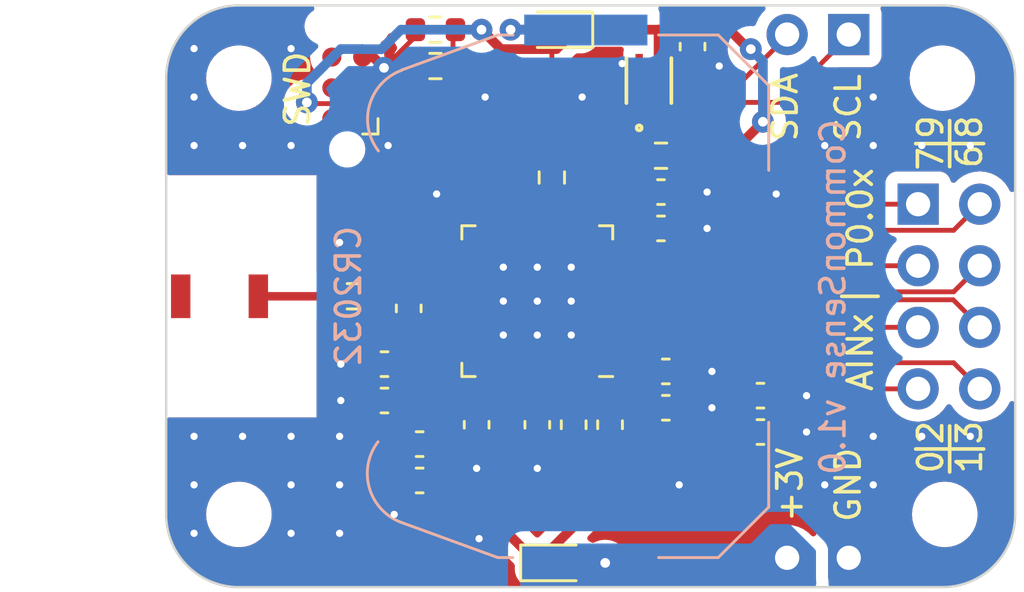
<source format=kicad_pcb>
(kicad_pcb (version 20221018) (generator pcbnew)
  (layers (0 "F.Cu" signal) (31 "B.Cu" signal) (34 "B.Paste" user) (35 "F.Paste" user) (36 "B.SilkS" user "B.Silkscreen") (37 "F.SilkS" user "F.Silkscreen") (38 "B.Mask" user) (39 "F.Mask" user) (44 "Edge.Cuts" user))
  (net 0 "")
  (net 1 "/RF")
  (net 2 "GND")
  (net 3 "/XL1")
  (net 4 "/XL2")
  (net 5 "/DEC1")
  (net 6 "/DEC4")
  (net 7 "/DEC3")
  (net 8 "/DEC2")
  (net 9 "/XC1")
  (net 10 "/XC2")
  (net 11 "/ANT")
  (net 12 "/LED_RES")
  (net 13 "/STATUS_LED")
  (net 14 "/P0.09")
  (net 15 "/P0.08")
  (net 16 "/P0.07")
  (net 17 "/P0.06")
  (net 18 "/AIN3")
  (net 19 "/AIN2")
  (net 20 "/AIN1")
  (net 21 "/AIN0")
  (net 32 "/SWDCLK")
  (net 33 "/SWDIO")
  (net 43 "/SDA")
  (net 44 "/SCL")
  (net 46 "/NRESET")
  (net 47 "/DCC")
  (net 48 "/L_MID")
  (net 49 "+BATT")
  (net 50 "+3V0")
  (footprint "Diode_SMD:D_0603_1608Metric" (layer "F.Cu") (at 152.1 57 180)
    (fp_text reference "D3" hide)
    (fp_text value "CDBU0130L-HF " hide)
    (pad "1" smd roundrect (at -0.7875 0 180) (size 0.875 0.95) (layers "F.Cu" "F.Paste" "F.Mask") (net 50 "+3V0"))
    (pad "2" smd roundrect (at 0.7875 0 180) (size 0.875 0.95) (layers "F.Cu" "F.Paste" "F.Mask") (net 49 "+BATT"))
  )
  (footprint "Connector_PinHeader_2.54mm:PinHeader_1x02_P2.54mm_Vertical" (layer "F.Cu") (at 164.14 78.79 -90)
    (fp_text reference "J2" hide)
    (fp_text value "Conn_01x02" hide)
    (pad "1" thru_hole rect locked (at 0 0 270) (size 1.7 1.7) (drill 1) (layers "*.Cu" "*.Mask") (net 2 "GND"))
    (pad "2" thru_hole oval locked (at 0 2.54 270) (size 1.7 1.7) (drill 1) (layers "*.Cu" "*.Mask") (net 49 "+BATT"))
  )
  (footprint "Capacitor_SMD:C_0603_1608Metric" (layer "F.Cu") (at 156.4 63.7 180)
    (fp_text reference "C14" hide)
    (fp_text value "1u" hide)
    (pad "1" smd roundrect (at -0.775 0 180) (size 0.9 0.95) (layers "F.Cu" "F.Paste" "F.Mask") (net 2 "GND"))
    (pad "2" smd roundrect (at 0.775 0 180) (size 0.9 0.95) (layers "F.Cu" "F.Paste" "F.Mask") (net 50 "+3V0"))
  )
  (footprint "Capacitor_SMD:C_0603_1608Metric" (layer "F.Cu") (at 145 70.8 180)
    (fp_text reference "C9" hide)
    (fp_text value "N.C." hide)
    (pad "1" smd roundrect (at -0.775 0 180) (size 0.9 0.95) (layers "F.Cu" "F.Paste" "F.Mask") (net 8 "/DEC2"))
    (pad "2" smd roundrect (at 0.775 0 180) (size 0.9 0.95) (layers "F.Cu" "F.Paste" "F.Mask") (net 2 "GND"))
  )
  (footprint "Capacitor_SMD:C_0603_1608Metric" (layer "F.Cu") (at 156.6 71.1 180)
    (fp_text reference "C3" hide)
    (fp_text value "100n" hide)
    (pad "1" smd roundrect (at -0.775 0 180) (size 0.9 0.95) (layers "F.Cu" "F.Paste" "F.Mask") (net 2 "GND"))
    (pad "2" smd roundrect (at 0.775 0 180) (size 0.9 0.95) (layers "F.Cu" "F.Paste" "F.Mask") (net 5 "/DEC1"))
  )
  (footprint "Diode_SMD:D_0603_1608Metric" (layer "F.Cu") (at 152.1 79)
    (fp_text reference "D2" hide)
    (fp_text value "CDBU0130L-HF " hide)
    (pad "1" smd roundrect (at -0.7875 0) (size 0.875 0.95) (layers "F.Cu" "F.Paste" "F.Mask") (net 50 "+3V0"))
    (pad "2" smd roundrect (at 0.7875 0) (size 0.875 0.95) (layers "F.Cu" "F.Paste" "F.Mask") (net 49 "+BATT"))
  )
  (footprint "MountingHole:MountingHole_2.2mm_M2" (layer "F.Cu") (at 168.1 77)
    (fp_text reference "H4" hide)
    (fp_text value "MountingHole" hide)
    (pad "" np_thru_hole circle locked (at 0 0) (size 2.2 2.2) (drill 2.2) (layers "*.Cu" "*.Mask"))
  )
  (footprint "Inductor_SMD:L_0603_1608Metric" (layer "F.Cu") (at 154.3 73.3 90)
    (fp_text reference "L3" hide)
    (fp_text value "10uH" hide)
    (pad "1" smd roundrect (at -0.7875 0 90) (size 0.875 0.95) (layers "F.Cu" "F.Paste" "F.Mask") (net 48 "/L_MID"))
    (pad "2" smd roundrect (at 0.7875 0 90) (size 0.875 0.95) (layers "F.Cu" "F.Paste" "F.Mask") (net 47 "/DCC"))
  )
  (footprint "MountingHole:MountingHole_2.2mm_M2" (layer "F.Cu") (at 139 77)
    (fp_text reference "H1" hide)
    (fp_text value "MountingHole" hide)
    (pad "" np_thru_hole circle locked (at 0 0) (size 2.2 2.2) (drill 2.2) (layers "*.Cu" "*.Mask"))
  )
  (footprint "Connector_PinHeader_2.54mm:PinHeader_2x04_P2.54mm_Vertical" (layer "F.Cu") (at 167 64.2)
    (fp_text reference "J1" hide)
    (fp_text value "Conn_02x04_Counter_Clockwise" hide)
    (pad "1" thru_hole rect locked (at 0 0) (size 1.7 1.7) (drill 1) (layers "*.Cu" "*.Mask") (net 14 "/P0.09"))
    (pad "2" thru_hole oval locked (at 2.54 0) (size 1.7 1.7) (drill 1) (layers "*.Cu" "*.Mask") (net 15 "/P0.08"))
    (pad "3" thru_hole oval locked (at 0 2.54) (size 1.7 1.7) (drill 1) (layers "*.Cu" "*.Mask") (net 16 "/P0.07"))
    (pad "4" thru_hole oval locked (at 2.54 2.54) (size 1.7 1.7) (drill 1) (layers "*.Cu" "*.Mask") (net 17 "/P0.06"))
    (pad "5" thru_hole oval locked (at 0 5.08) (size 1.7 1.7) (drill 1) (layers "*.Cu" "*.Mask") (net 19 "/AIN2"))
    (pad "6" thru_hole oval locked (at 2.54 5.08) (size 1.7 1.7) (drill 1) (layers "*.Cu" "*.Mask") (net 18 "/AIN3"))
    (pad "7" thru_hole oval locked (at 0 7.62) (size 1.7 1.7) (drill 1) (layers "*.Cu" "*.Mask") (net 21 "/AIN0"))
    (pad "8" thru_hole oval locked (at 2.54 7.62) (size 1.7 1.7) (drill 1) (layers "*.Cu" "*.Mask") (net 20 "/AIN1"))
  )
  (footprint "encyclopedia_galactica:ECS-.327-12.5-12R-TR" (layer "F.Cu") (at 159.776228 75.227211 180)
    (fp_text reference "Y1" hide)
    (fp_text value " ECS-.327-12.5-12R-TR " hide)
    (pad "1" smd rect (at -0.7 0 180) (size 0.6 1.1) (layers "F.Cu" "F.Paste" "F.Mask") (net 4 "/XL2"))
    (pad "2" smd rect (at 0.7 0 180) (size 0.6 1.1) (layers "F.Cu" "F.Paste" "F.Mask") (net 3 "/XL1"))
  )
  (footprint "MountingHole:MountingHole_2.2mm_M2" (layer "F.Cu") (at 139 59)
    (fp_text reference "H2" hide)
    (fp_text value "MountingHole" hide)
    (pad "" np_thru_hole circle locked (at 0 0) (size 2.2 2.2) (drill 2.2) (layers "*.Cu" "*.Mask"))
  )
  (footprint "Connector_PinHeader_2.54mm:PinHeader_1x02_P2.54mm_Vertical" (layer "F.Cu") (at 164.14 57.2 -90)
    (fp_text reference "J3" hide)
    (fp_text value "Conn_01x02" hide)
    (pad "1" thru_hole rect locked (at 0 0 270) (size 1.7 1.7) (drill 1) (layers "*.Cu" "*.Mask") (net 44 "/SCL"))
    (pad "2" thru_hole oval locked (at 0 2.54 270) (size 1.7 1.7) (drill 1) (layers "*.Cu" "*.Mask") (net 43 "/SDA"))
  )
  (footprint "Resistor_SMD:R_0603_1608Metric" (layer "F.Cu") (at 147.1 57)
    (fp_text reference "D1" hide)
    (fp_text value "LED" hide)
    (pad "1" smd roundrect (at -0.825 0) (size 0.8 0.95) (layers "F.Cu" "F.Paste" "F.Mask") (net 2 "GND"))
    (pad "2" smd roundrect (at 0.825 0) (size 0.8 0.95) (layers "F.Cu" "F.Paste" "F.Mask") (net 12 "/LED_RES"))
  )
  (footprint "Package_DFN_QFN:QFN-48-1EP_6x6mm_P0.4mm_EP4.6x4.6mm" (layer "F.Cu") (at 151.3 68.2 180)
    (fp_text reference "U1" hide)
    (fp_text value "NRF52810-QFAA-R7" hide)
    (pad "1" smd roundrect (at -2.95 -2.2 180) (size 0.8 0.2) (layers "F.Cu" "F.Paste" "F.Mask") (net 5 "/DEC1"))
    (pad "2" smd roundrect (at -2.95 -1.8 180) (size 0.8 0.2) (layers "F.Cu" "F.Paste" "F.Mask") (net 3 "/XL1"))
    (pad "3" smd roundrect (at -2.95 -1.4 180) (size 0.8 0.2) (layers "F.Cu" "F.Paste" "F.Mask") (net 4 "/XL2"))
    (pad "4" smd roundrect (at -2.95 -1 180) (size 0.8 0.2) (layers "F.Cu" "F.Paste" "F.Mask") (net 21 "/AIN0"))
    (pad "5" smd roundrect (at -2.95 -0.6 180) (size 0.8 0.2) (layers "F.Cu" "F.Paste" "F.Mask") (net 20 "/AIN1"))
    (pad "6" smd roundrect (at -2.95 -0.2 180) (size 0.8 0.2) (layers "F.Cu" "F.Paste" "F.Mask") (net 19 "/AIN2"))
    (pad "7" smd roundrect (at -2.95 0.2 180) (size 0.8 0.2) (layers "F.Cu" "F.Paste" "F.Mask") (net 18 "/AIN3"))
    (pad "8" smd roundrect (at -2.95 0.6 180) (size 0.8 0.2) (layers "F.Cu" "F.Paste" "F.Mask") (net 17 "/P0.06"))
    (pad "9" smd roundrect (at -2.95 1 180) (size 0.8 0.2) (layers "F.Cu" "F.Paste" "F.Mask") (net 16 "/P0.07"))
    (pad "10" smd roundrect (at -2.95 1.4 180) (size 0.8 0.2) (layers "F.Cu" "F.Paste" "F.Mask") (net 15 "/P0.08"))
    (pad "11" smd roundrect (at -2.95 1.8 180) (size 0.8 0.2) (layers "F.Cu" "F.Paste" "F.Mask") (net 14 "/P0.09"))
    (pad "12" smd roundrect (at -2.95 2.2 180) (size 0.8 0.2) (layers "F.Cu" "F.Paste" "F.Mask"))
    (pad "13" smd roundrect (at -2.2 2.95 180) (size 0.2 0.8) (layers "F.Cu" "F.Paste" "F.Mask") (net 50 "+3V0"))
    (pad "14" smd roundrect (at -1.8 2.95 180) (size 0.2 0.8) (layers "F.Cu" "F.Paste" "F.Mask"))
    (pad "15" smd roundrect (at -1.4 2.95 180) (size 0.2 0.8) (layers "F.Cu" "F.Paste" "F.Mask"))
    (pad "16" smd roundrect (at -1 2.95 180) (size 0.2 0.8) (layers "F.Cu" "F.Paste" "F.Mask") (net 44 "/SCL"))
    (pad "17" smd roundrect (at -0.6 2.95 180) (size 0.2 0.8) (layers "F.Cu" "F.Paste" "F.Mask") (net 43 "/SDA"))
    (pad "18" smd roundrect (at -0.2 2.95 180) (size 0.2 0.8) (layers "F.Cu" "F.Paste" "F.Mask"))
    (pad "19" smd roundrect (at 0.2 2.95 180) (size 0.2 0.8) (layers "F.Cu" "F.Paste" "F.Mask"))
    (pad "20" smd roundrect (at 0.6 2.95 180) (size 0.2 0.8) (layers "F.Cu" "F.Paste" "F.Mask"))
    (pad "21" smd roundrect (at 1 2.95 180) (size 0.2 0.8) (layers "F.Cu" "F.Paste" "F.Mask"))
    (pad "22" smd roundrect (at 1.4 2.95 180) (size 0.2 0.8) (layers "F.Cu" "F.Paste" "F.Mask"))
    (pad "23" smd roundrect (at 1.8 2.95 180) (size 0.2 0.8) (layers "F.Cu" "F.Paste" "F.Mask") (net 13 "/STATUS_LED"))
    (pad "24" smd roundrect (at 2.2 2.95 180) (size 0.2 0.8) (layers "F.Cu" "F.Paste" "F.Mask") (net 46 "/NRESET"))
    (pad "25" smd roundrect (at 2.95 2.2 180) (size 0.8 0.2) (layers "F.Cu" "F.Paste" "F.Mask") (net 32 "/SWDCLK"))
    (pad "26" smd roundrect (at 2.95 1.8 180) (size 0.8 0.2) (layers "F.Cu" "F.Paste" "F.Mask") (net 33 "/SWDIO"))
    (pad "27" smd roundrect (at 2.95 1.4 180) (size 0.8 0.2) (layers "F.Cu" "F.Paste" "F.Mask"))
    (pad "28" smd roundrect (at 2.95 1 180) (size 0.8 0.2) (layers "F.Cu" "F.Paste" "F.Mask"))
    (pad "29" smd roundrect (at 2.95 0.6 180) (size 0.8 0.2) (layers "F.Cu" "F.Paste" "F.Mask"))
    (pad "30" smd roundrect (at 2.95 0.2 180) (size 0.8 0.2) (layers "F.Cu" "F.Paste" "F.Mask") (net 11 "/ANT"))
    (pad "31" smd roundrect (at 2.95 -0.2 180) (size 0.8 0.2) (layers "F.Cu" "F.Paste" "F.Mask") (net 2 "GND"))
    (pad "32" smd roundrect (at 2.95 -0.6 180) (size 0.8 0.2) (layers "F.Cu" "F.Paste" "F.Mask") (net 8 "/DEC2"))
    (pad "33" smd roundrect (at 2.95 -1 180) (size 0.8 0.2) (layers "F.Cu" "F.Paste" "F.Mask") (net 7 "/DEC3"))
    (pad "34" smd roundrect (at 2.95 -1.4 180) (size 0.8 0.2) (layers "F.Cu" "F.Paste" "F.Mask") (net 10 "/XC2"))
    (pad "35" smd roundrect (at 2.95 -1.8 180) (size 0.8 0.2) (layers "F.Cu" "F.Paste" "F.Mask") (net 9 "/XC1"))
    (pad "36" smd roundrect (at 2.95 -2.2 180) (size 0.8 0.2) (layers "F.Cu" "F.Paste" "F.Mask") (net 50 "+3V0"))
    (pad "37" smd roundrect (at 2.2 -2.95 180) (size 0.2 0.8) (layers "F.Cu" "F.Paste" "F.Mask"))
    (pad "38" smd roundrect (at 1.8 -2.95 180) (size 0.2 0.8) (layers "F.Cu" "F.Paste" "F.Mask"))
    (pad "39" smd roundrect (at 1.4 -2.95 180) (size 0.2 0.8) (layers "F.Cu" "F.Paste" "F.Mask"))
    (pad "40" smd roundrect (at 1 -2.95 180) (size 0.2 0.8) (layers "F.Cu" "F.Paste" "F.Mask"))
    (pad "41" smd roundrect (at 0.6 -2.95 180) (size 0.2 0.8) (layers "F.Cu" "F.Paste" "F.Mask"))
    (pad "42" smd roundrect (at 0.2 -2.95 180) (size 0.2 0.8) (layers "F.Cu" "F.Paste" "F.Mask"))
    (pad "43" smd roundrect (at -0.2 -2.95 180) (size 0.2 0.8) (layers "F.Cu" "F.Paste" "F.Mask"))
    (pad "44" smd roundrect (at -0.6 -2.95 180) (size 0.2 0.8) (layers "F.Cu" "F.Paste" "F.Mask"))
    (pad "45" smd roundrect (at -1 -2.95 180) (size 0.2 0.8) (layers "F.Cu" "F.Paste" "F.Mask") (net 2 "GND"))
    (pad "46" smd roundrect (at -1.4 -2.95 180) (size 0.2 0.8) (layers "F.Cu" "F.Paste" "F.Mask") (net 6 "/DEC4"))
    (pad "47" smd roundrect (at -1.8 -2.95 180) (size 0.2 0.8) (layers "F.Cu" "F.Paste" "F.Mask") (net 47 "/DCC"))
    (pad "48" smd roundrect (at -2.2 -2.95 180) (size 0.2 0.8) (layers "F.Cu" "F.Paste" "F.Mask") (net 50 "+3V0"))
    (pad "49" smd rect (at 0 0 180) (size 4.6 4.6) (layers "F.Cu" "F.Mask") (net 2 "GND"))
  )
  (footprint "Capacitor_SMD:C_0603_1608Metric" (layer "F.Cu") (at 145 72.3 180)
    (fp_text reference "C8" hide)
    (fp_text value "100pF" hide)
    (pad "1" smd roundrect (at -0.775 0 180) (size 0.9 0.95) (layers "F.Cu" "F.Paste" "F.Mask") (net 7 "/DEC3"))
    (pad "2" smd roundrect (at 0.775 0 180) (size 0.9 0.95) (layers "F.Cu" "F.Paste" "F.Mask") (net 2 "GND"))
  )
  (footprint "Capacitor_SMD:C_0603_1608Metric" (layer "F.Cu") (at 156.6 72.6 180)
    (fp_text reference "C5" hide)
    (fp_text value "4u7" hide)
    (pad "1" smd roundrect (at -0.775 0 180) (size 0.9 0.95) (layers "F.Cu" "F.Paste" "F.Mask") (net 2 "GND"))
    (pad "2" smd roundrect (at 0.775 0 180) (size 0.9 0.95) (layers "F.Cu" "F.Paste" "F.Mask") (net 50 "+3V0"))
  )
  (footprint "Capacitor_SMD:C_0603_1608Metric" (layer "F.Cu") (at 146.45 74.1 180)
    (fp_text reference "C11" hide)
    (fp_text value "12pF" hide)
    (pad "1" smd roundrect (at -0.775 0 180) (size 0.9 0.95) (layers "F.Cu" "F.Paste" "F.Mask") (net 10 "/XC2"))
    (pad "2" smd roundrect (at 0.775 0 180) (size 0.9 0.95) (layers "F.Cu" "F.Paste" "F.Mask") (net 2 "GND"))
  )
  (footprint "Resistor_SMD:R_0603_1608Metric" (layer "F.Cu") (at 151.9 63.1 -90)
    (fp_text reference "R4" hide)
    (fp_text value "10k" hide)
    (pad "1" smd roundrect (at -0.825 0 270) (size 0.8 0.95) (layers "F.Cu" "F.Paste" "F.Mask") (net 50 "+3V0"))
    (pad "2" smd roundrect (at 0.825 0 270) (size 0.8 0.95) (layers "F.Cu" "F.Paste" "F.Mask") (net 43 "/SDA"))
  )
  (footprint "Connector:Tag-Connect_TC2030-IDC-NL_2x03_P1.27mm_Vertical" (layer "F.Cu") (at 143.465 59.4 90)
    (fp_text reference "J5" hide)
    (fp_text value "Conn_ARM_SWD_TagConnect_TC2030-NL" hide)
    (pad "" np_thru_hole circle (at -2.54 0 90) (size 0.9906 0.9906) (drill 0.9906) (layers "*.Cu" "*.Mask"))
    (pad "" np_thru_hole circle (at 2.54 -1.016 90) (size 0.9906 0.9906) (drill 0.9906) (layers "*.Cu" "*.Mask"))
    (pad "" np_thru_hole circle (at 2.54 1.016 90) (size 0.9906 0.9906) (drill 0.9906) (layers "*.Cu" "*.Mask"))
    (pad "1" connect circle (at -1.27 0.635 90) (size 0.7874 0.7874) (layers "F.Cu" "F.Mask") (net 50 "+3V0"))
    (pad "2" connect circle (at -1.27 -0.635 90) (size 0.7874 0.7874) (layers "F.Cu" "F.Mask") (net 33 "/SWDIO"))
    (pad "3" connect circle (at 0 0.635 90) (size 0.7874 0.7874) (layers "F.Cu" "F.Mask") (net 46 "/NRESET"))
    (pad "4" connect circle (at 0 -0.635 90) (size 0.7874 0.7874) (layers "F.Cu" "F.Mask") (net 32 "/SWDCLK"))
    (pad "5" connect circle (at 1.27 0.635 90) (size 0.7874 0.7874) (layers "F.Cu" "F.Mask") (net 2 "GND"))
    (pad "6" connect circle (at 1.27 -0.635 90) (size 0.7874 0.7874) (layers "F.Cu" "F.Mask"))
    (zone (net 0) (net_name "") (layer "F.Cu") (connect_pads (clearance 0)) (min_thickness 0.254)
      (keepout (tracks allowed) (vias not_allowed) (pads allowed) (copperpour not_allowed) (footprints not_allowed))
      (fill (thermal_gap 0.508) (thermal_bridge_width 0.508))
      (polygon (pts (xy 142.83 58.13) (xy 142.83 60.67) (xy 144.1 60.67) (xy 144.1 58.13)))
    )
  )
  (footprint "Resistor_SMD:R_0603_1608Metric" (layer "F.Cu") (at 147.1 58.5)
    (fp_text reference "R1" hide)
    (fp_text value "R" hide)
    (pad "1" smd roundrect (at -0.825 0) (size 0.8 0.95) (layers "F.Cu" "F.Paste" "F.Mask") (net 13 "/STATUS_LED"))
    (pad "2" smd roundrect (at 0.825 0) (size 0.8 0.95) (layers "F.Cu" "F.Paste" "F.Mask") (net 12 "/LED_RES"))
  )
  (footprint "MountingHole:MountingHole_2.2mm_M2" (layer "F.Cu") (at 168 59)
    (fp_text reference "H3" hide)
    (fp_text value "MountingHole" hide)
    (pad "" np_thru_hole circle locked (at 0 0) (size 2.2 2.2) (drill 2.2) (layers "*.Cu" "*.Mask"))
  )
  (footprint "Resistor_SMD:R_0603_1608Metric" (layer "F.Cu") (at 143.7 68 180)
    (fp_text reference "L1" hide)
    (fp_text value "3.9nH" hide)
    (pad "1" smd roundrect (at -0.825 0 180) (size 0.8 0.95) (layers "F.Cu" "F.Paste" "F.Mask") (net 11 "/ANT"))
    (pad "2" smd roundrect (at 0.825 0 180) (size 0.8 0.95) (layers "F.Cu" "F.Paste" "F.Mask") (net 1 "/RF"))
  )
  (footprint "Resistor_SMD:R_0603_1608Metric" (layer "F.Cu") (at 156.4 62.2)
    (fp_text reference "R3" hide)
    (fp_text value "10k" hide)
    (pad "1" smd roundrect (at -0.825 0) (size 0.8 0.95) (layers "F.Cu" "F.Paste" "F.Mask") (net 44 "/SCL"))
    (pad "2" smd roundrect (at 0.825 0) (size 0.8 0.95) (layers "F.Cu" "F.Paste" "F.Mask") (net 50 "+3V0"))
  )
  (footprint "Capacitor_SMD:C_0603_1608Metric" (layer "F.Cu") (at 148.8 73.3 90)
    (fp_text reference "C7" hide)
    (fp_text value "100n" hide)
    (pad "1" smd roundrect (at -0.775 0 90) (size 0.9 0.95) (layers "F.Cu" "F.Paste" "F.Mask") (net 2 "GND"))
    (pad "2" smd roundrect (at 0.775 0 90) (size 0.9 0.95) (layers "F.Cu" "F.Paste" "F.Mask") (net 50 "+3V0"))
  )
  (footprint "Capacitor_SMD:C_0603_1608Metric" (layer "F.Cu") (at 157.7 57.7 -90)
    (fp_text reference "C13" hide)
    (fp_text value "100n" hide)
    (pad "1" smd roundrect (at -0.775 0 270) (size 0.9 0.95) (layers "F.Cu" "F.Paste" "F.Mask") (net 50 "+3V0"))
    (pad "2" smd roundrect (at 0.775 0 270) (size 0.9 0.95) (layers "F.Cu" "F.Paste" "F.Mask") (net 2 "GND"))
  )
  (footprint "Capacitor_SMD:C_0603_1608Metric" (layer "F.Cu") (at 160.5 73.6)
    (fp_text reference "C2" hide)
    (fp_text value "12pF" hide)
    (pad "1" smd roundrect (at -0.775 0) (size 0.9 0.95) (layers "F.Cu" "F.Paste" "F.Mask") (net 4 "/XL2"))
    (pad "2" smd roundrect (at 0.775 0) (size 0.9 0.95) (layers "F.Cu" "F.Paste" "F.Mask") (net 2 "GND"))
  )
  (footprint "Capacitor_SMD:C_0603_1608Metric" (layer "F.Cu") (at 156.4 65.2 180)
    (fp_text reference "C4" hide)
    (fp_text value "100n" hide)
    (pad "1" smd roundrect (at -0.775 0 180) (size 0.9 0.95) (layers "F.Cu" "F.Paste" "F.Mask") (net 2 "GND"))
    (pad "2" smd roundrect (at 0.775 0 180) (size 0.9 0.95) (layers "F.Cu" "F.Paste" "F.Mask") (net 50 "+3V0"))
  )
  (footprint "encyclopedia_galactica:DFN4_SHT41_SEN" (layer "F.Cu") (at 155.9 59.1 90)
    (fp_text reference "U2" hide)
    (fp_text value "SHT41-AD1B-R2" hide)
    (pad "1" smd rect (at -0.7469 -0.40005 90) (size 0.706399 0.3056) (layers "F.Cu" "F.Paste" "F.Mask") (net 43 "/SDA"))
    (pad "2" smd rect (at -0.7469 0.40005 90) (size 0.706399 0.3056) (layers "F.Cu" "F.Paste" "F.Mask") (net 44 "/SCL"))
    (pad "3" smd rect (at 0.7469 0.40005 90) (size 0.706399 0.3056) (layers "F.Cu" "F.Paste" "F.Mask") (net 50 "+3V0"))
    (pad "4" smd rect (at 0.7469 -0.40005 90) (size 0.706399 0.3056) (layers "F.Cu" "F.Paste" "F.Mask") (net 2 "GND"))
  )
  (footprint "Capacitor_SMD:C_0603_1608Metric" (layer "F.Cu") (at 160.5 72.1)
    (fp_text reference "C1" hide)
    (fp_text value "12pF" hide)
    (pad "1" smd roundrect (at -0.775 0) (size 0.9 0.95) (layers "F.Cu" "F.Paste" "F.Mask") (net 3 "/XL1"))
    (pad "2" smd roundrect (at 0.775 0) (size 0.9 0.95) (layers "F.Cu" "F.Paste" "F.Mask") (net 2 "GND"))
  )
  (footprint "Inductor_SMD:L_0603_1608Metric" (layer "F.Cu") (at 152.8 73.3 -90)
    (fp_text reference "L2" hide)
    (fp_text value "15nH" hide)
    (pad "1" smd roundrect (at -0.7875 0 270) (size 0.875 0.95) (layers "F.Cu" "F.Paste" "F.Mask") (net 6 "/DEC4"))
    (pad "2" smd roundrect (at 0.7875 0 270) (size 0.875 0.95) (layers "F.Cu" "F.Paste" "F.Mask") (net 48 "/L_MID"))
  )
  (footprint "encyclopedia_galactica:ABM11W-30.0000MHZ-7-D1X-T3" (layer "F.Cu") (at 147.1625 77.5)
    (fp_text reference "Y2" hide)
    (fp_text value "ABM11W-32.0000MHZ-7-D1X-T3 " hide)
    (pad "1" smd rect (at -0.637 -0.487 90) (size 0.775 0.875) (layers "F.Cu" "F.Paste" "F.Mask") (net 2 "GND"))
    (pad "2" smd rect (at 0.637 -0.487 90) (size 0.775 0.875) (layers "F.Cu" "F.Paste" "F.Mask") (net 9 "/XC1"))
    (pad "3" smd rect (at -0.637 0.487 90) (size 0.775 0.875) (layers "F.Cu" "F.Paste" "F.Mask") (net 10 "/XC2"))
    (pad "4" smd rect (at 0.637 0.487 90) (size 0.775 0.875) (layers "F.Cu" "F.Paste" "F.Mask") (net 2 "GND"))
  )
  (footprint "Capacitor_SMD:C_0603_1608Metric" (layer "F.Cu") (at 146 68.5 90)
    (fp_text reference "C12" hide)
    (fp_text value "0.8pF" hide)
    (pad "1" smd roundrect (at -0.775 0 90) (size 0.9 0.95) (layers "F.Cu" "F.Paste" "F.Mask") (net 2 "GND"))
    (pad "2" smd roundrect (at 0.775 0 90) (size 0.9 0.95) (layers "F.Cu" "F.Paste" "F.Mask") (net 11 "/ANT"))
  )
  (footprint "Capacitor_SMD:C_0603_1608Metric" (layer "F.Cu") (at 151.3 73.3 -90)
    (fp_text reference "C6" hide)
    (fp_text value "1u" hide)
    (pad "1" smd roundrect (at -0.775 0 270) (size 0.9 0.95) (layers "F.Cu" "F.Paste" "F.Mask") (net 6 "/DEC4"))
    (pad "2" smd roundrect (at 0.775 0 270) (size 0.9 0.95) (layers "F.Cu" "F.Paste" "F.Mask") (net 2 "GND"))
  )
  (footprint "encyclopedia_galactica:2108838-1" (layer "F.Cu") (at 135.7 68)
    (fp_text reference "AE1" hide)
    (fp_text value "2108838-1" hide)
    (pad "1" smd rect locked (at 4.1 0) (size 0.8 1.8) (layers "F.Cu" "F.Paste" "F.Mask") (net 1 "/RF"))
    (pad "2" smd rect locked (at 0.9 0) (size 0.8 1.8) (layers "F.Cu" "F.Paste" "F.Mask"))
    (zone (net 0) (net_name "") (layers "*.Cu") (connect_pads (clearance 0)) (min_thickness 0.25)
      (keepout (tracks allowed) (vias not_allowed) (pads allowed) (copperpour not_allowed) (footprints not_allowed))
      (fill (thermal_gap 0.5) (thermal_bridge_width 0.5))
      (polygon (pts (xy 129.2 63) (xy 129.2 73) (xy 142.2 73) (xy 142.2 63)))
    )
  )
  (footprint "Capacitor_SMD:C_0603_1608Metric" (layer "F.Cu") (at 146.45 75.6 180)
    (fp_text reference "C10" hide)
    (fp_text value "12pF" hide)
    (pad "1" smd roundrect (at -0.775 0 180) (size 0.9 0.95) (layers "F.Cu" "F.Paste" "F.Mask") (net 9 "/XC1"))
    (pad "2" smd roundrect (at 0.775 0 180) (size 0.9 0.95) (layers "F.Cu" "F.Paste" "F.Mask") (net 2 "GND"))
  )
  (footprint "Battery:BatteryHolder_Keystone_3034_1x20mm" (layer "B.Cu") (at 153.3 68 90)
    (fp_text reference "BT1" hide)
    (fp_text value "3034" hide)
    (pad "1" smd rect (at -10.985 0 90) (size 1.27 5.08) (layers "B.Cu" "B.Paste" "B.Mask") (net 49 "+BATT"))
    (pad "1" smd rect (at 10.985 0 90) (size 1.27 5.08) (layers "B.Cu" "B.Paste" "B.Mask") (net 49 "+BATT"))
    (pad "2" smd circle (at 0 0 90) (size 17.8 17.8) (layers "B.Cu" "B.Mask") (net 2 "GND"))
  )
  (gr_line (start 168.3 75.25) (end 168.3 73.35) (stroke (width 0.15)) (layer "F.SilkS"))
  (gr_line (start 165.35 68) (end 163.85 68) (stroke (width 0.15)) (layer "F.SilkS"))
  (gr_line (start 168.3 62.65) (end 168.3 60.75) (stroke (width 0.15)) (layer "F.SilkS"))
  (gr_line (start 166.9 74.3) (end 169.7 74.3) (stroke (width 0.15)) (layer "F.SilkS"))
  (gr_line (start 166.9 61.7) (end 169.7 61.7) (stroke (width 0.15)) (layer "F.SilkS"))
  (gr_line locked (start 168.000001 80.000001) (end 139 80) (stroke (width 0.1)) (layer "Edge.Cuts"))
  (gr_line locked (start 171 59) (end 171 77) (stroke (width 0.1)) (layer "Edge.Cuts"))
  (gr_arc locked (start 138.999999 80.000001) (mid 136.878679 79.121321) (end 135.999999 77.000001) (stroke (width 0.1)) (layer "Edge.Cuts"))
  (gr_arc locked (start 168 56) (mid 170.12132 56.87868) (end 171 59) (stroke (width 0.1)) (layer "Edge.Cuts"))
  (gr_arc locked (start 135.999999 58.999999) (mid 136.878679 56.878679) (end 138.999999 55.999999) (stroke (width 0.1)) (layer "Edge.Cuts"))
  (gr_line locked (start 139 56) (end 168 56) (stroke (width 0.1)) (layer "Edge.Cuts"))
  (gr_arc locked (start 171.000001 77.000001) (mid 170.121321 79.121321) (end 168.000001 80.000001) (stroke (width 0.1)) (layer "Edge.Cuts"))
  (gr_line locked (start 136 77) (end 136 59) (stroke (width 0.1)) (layer "Edge.Cuts"))
  (gr_text "CommonSense v1.0" (at 162.9 60.6 90) (layer "B.SilkS") (effects (font (size 1 1)) (justify left top mirror)))
  (gr_text "CR2032" (at 144.1 65 90) (layer "B.SilkS") (effects (font (size 1 1)) (justify left bottom mirror)))
  (gr_text "7" (at 168.1 62.9 90) (layer "F.SilkS") (effects (font (size 1 1)) (justify left bottom)))
  (gr_text "SCL" (at 164.7 61.7 90) (layer "F.SilkS") (effects (font (size 1 1)) (justify left bottom)))
  (gr_text "SDA" (at 162.1 61.7 90) (layer "F.SilkS") (effects (font (size 1 1)) (justify left bottom)))
  (gr_text "P0.0x" (at 165.2 67 90) (layer "F.SilkS") (effects (font (size 1 1)) (justify left bottom)))
  (gr_text "+3V" (at 162.3 77.4 90) (layer "F.SilkS") (effects (font (size 1 1)) (justify left bottom)))
  (gr_text "6" (at 169.7 62.8 90) (layer "F.SilkS") (effects (font (size 1 1)) (justify left bottom)))
  (gr_text "SWD" (at 142 61.1 90) (layer "F.SilkS") (effects (font (size 1 1)) (justify left bottom)))
  (gr_text "GND" (at 164.7 77.4 90) (layer "F.SilkS") (effects (font (size 1 1)) (justify left bottom)))
  (gr_text "0" (at 168.1 75.4 90) (layer "F.SilkS") (effects (font (size 1 1)) (justify left bottom)))
  (gr_text "AINx" (at 165.2 72 90) (layer "F.SilkS") (effects (font (size 1 1)) (justify left bottom)))
  (gr_text "3" (at 169.7 74.2 90) (layer "F.SilkS") (effects (font (size 1 1)) (justify left bottom)))
  (gr_text "9" (at 168.1 61.6 90) (layer "F.SilkS") (effects (font (size 1 1)) (justify left bottom)))
  (gr_text "2" (at 168.1 74.2 90) (layer "F.SilkS") (effects (font (size 1 1)) (justify left bottom)))
  (gr_text "8" (at 169.7 61.6 90) (layer "F.SilkS") (effects (font (size 1 1)) (justify left bottom)))
  (gr_text "1" (at 169.7 75.4 90) (layer "F.SilkS") (effects (font (size 1 1)) (justify left bottom)))
  (segment (start 142.875 68) (end 139.8 68) (width 0.35) (layer "F.Cu") (net 1))
  (segment (start 144.980937 58.5742) (end 144.536737 58.13) (width 0.4) (layer "F.Cu") (net 2))
  (segment (start 144.536737 58.13) (end 144.1 58.13) (width 0.4) (layer "F.Cu") (net 2))
  (segment (start 154.8 58.4) (end 155.45305 58.4) (width 0.4) (layer "F.Cu") (net 2))
  (segment (start 158.775 58.475) (end 157.7 58.475) (width 0.25) (layer "F.Cu") (net 2))
  (segment (start 155.45305 58.4) (end 155.49995 58.3531) (width 0.4) (layer "F.Cu") (net 2))
  (segment (start 148.887 77.987) (end 148.9 78) (width 0.4) (layer "F.Cu") (net 2))
  (segment (start 149.7 68.4) (end 149.9 68.2) (width 0.2) (layer "F.Cu") (net 2))
  (segment (start 152.3 69.2) (end 151.3 68.2) (width 0.2) (layer "F.Cu") (net 2))
  (segment (start 161.275 73.6) (end 162.4 73.6) (width 0.4) (layer "F.Cu") (net 2))
  (segment (start 157.175 65.2) (end 158.3 65.2) (width 0.4) (layer "F.Cu") (net 2))
  (segment (start 157.175 63.7) (end 158.3 63.7) (width 0.4) (layer "F.Cu") (net 2))
  (segment (start 158.8 58.5) (end 158.775 58.475) (width 0.25) (layer "F.Cu") (net 2))
  (segment (start 145.413 77.013) (end 145.4 77) (width 0.4) (layer "F.Cu") (net 2))
  (segment (start 143.2 70.8) (end 144.225 70.8) (width 0.4) (layer "F.Cu") (net 2))
  (segment (start 144.225 72.3) (end 143.2 72.3) (width 0.4) (layer "F.Cu") (net 2))
  (segment (start 157.375 72.6) (end 158.5 72.6) (width 0.4) (layer "F.Cu") (net 2))
  (segment (start 152.3 71.15) (end 152.3 69.2) (width 0.2) (layer "F.Cu") (net 2))
  (segment (start 158.5 71.1) (end 157.375 71.1) (width 0.4) (layer "F.Cu") (net 2))
  (segment (start 148.312495 68.437505) (end 146.837495 68.437505) (width 0.25) (layer "F.Cu") (net 2))
  (segment (start 146.837495 68.437505) (end 146 69.275) (width 0.25) (layer "F.Cu") (net 2))
  (segment (start 148.8 74.075) (end 148.8 75.1) (width 0.4) (layer "F.Cu") (net 2))
  (segment (start 148.35 68.4) (end 149.7 68.4) (width 0.2) (layer "F.Cu") (net 2))
  (segment (start 161.275 72.1) (end 162.4 72.1) (width 0.4) (layer "F.Cu") (net 2))
  (segment (start 151.3 74.075) (end 151.3 75.1) (width 0.4) (layer "F.Cu") (net 2))
  (segment (start 146.175 57) (end 146.175 57.380137) (width 0.2) (layer "F.Cu") (net 2))
  (segment (start 146.5255 77.013) (end 145.413 77.013) (width 0.4) (layer "F.Cu") (net 2))
  (segment (start 147.7995 77.987) (end 148.887 77.987) (width 0.4) (layer "F.Cu") (net 2))
  (segment (start 146.175 57.380137) (end 144.980937 58.5742) (width 0.2) (layer "F.Cu") (net 2))
  (via (at 141.15 77.78) (size 0.4) (drill 0.3) (layers "F.Cu" "B.Cu") (net 2))
  (via (at 137.15 75.78) (size 0.4) (drill 0.3) (layers "F.Cu" "B.Cu") (net 2))
  (via (at 141.15 75.78) (size 0.4) (drill 0.3) (layers "F.Cu" "B.Cu") (net 2))
  (via (at 151.3 69.6) (size 0.6) (drill 0.3) (layers "F.Cu" "B.Cu") (net 2))
  (via (at 167.15 61.78) (size 0.4) (drill 0.3) (layers "F.Cu" "B.Cu") (net 2))
  (via (at 143.15 77.78) (size 0.4) (drill 0.3) (layers "F.Cu" "B.Cu") (net 2))
  (via (at 137.15 59.78) (size 0.4) (drill 0.3) (layers "F.Cu" "B.Cu") (net 2))
  (via (at 163.15 61.78) (size 0.4) (drill 0.3) (layers "F.Cu" "B.Cu") (net 2))
  (via (at 158.5 71.1) (size 0.6) (drill 0.3) (layers "F.Cu" "B.Cu") (net 2))
  (via (at 144.980937 58.5742) (size 0.9) (drill 0.4) (layers "F.Cu" "B.Cu") (net 2))
  (via (at 169.15 61.78) (size 0.4) (drill 0.3) (layers "F.Cu" "B.Cu") (net 2))
  (via (at 141.15 57.78) (size 0.4) (drill 0.3) (layers "F.Cu" "B.Cu") (net 2))
  (via (at 148.9 78) (size 0.6) (drill 0.3) (layers "F.Cu" "B.Cu") (net 2))
  (via (at 149.9 68.2) (size 0.6) (drill 0.3) (layers "F.Cu" "B.Cu") (net 2))
  (via (at 143.15 73.78) (size 0.4) (drill 0.3) (layers "F.Cu" "B.Cu") (net 2))
  (via (at 154.8 58.4) (size 0.6) (drill 0.3) (layers "F.Cu" "B.Cu") (net 2))
  (via (at 165.15 61.78) (size 0.4) (drill 0.3) (layers "F.Cu" "B.Cu") (net 2))
  (via (at 143.15 75.78) (size 0.4) (drill 0.3) (layers "F.Cu" "B.Cu") (net 2))
  (via (at 149.15 59.78) (size 0.4) (drill 0.3) (layers "F.Cu" "B.Cu") (net 2))
  (via (at 149.9 66.8) (size 0.6) (drill 0.3) (layers "F.Cu" "B.Cu") (net 2))
  (via (at 139.15 61.78) (size 0.4) (drill 0.3) (layers "F.Cu" "B.Cu") (net 2))
  (via (at 153.15 59.78) (size 0.4) (drill 0.3) (layers "F.Cu" "B.Cu") (net 2))
  (via (at 149.9 69.6) (size 0.6) (drill 0.3) (layers "F.Cu" "B.Cu") (net 2))
  (via (at 165.15 59.78) (size 0.4) (drill 0.3) (layers "F.Cu" "B.Cu") (net 2))
  (via (at 161.15 63.78) (size 0.4) (drill 0.3) (layers "F.Cu" "B.Cu") (net 2))
  (via (at 137.15 77.78) (size 0.4) (drill 0.3) (layers "F.Cu" "B.Cu") (net 2))
  (via (at 162.4 72.1) (size 0.6) (drill 0.3) (layers "F.Cu" "B.Cu") (net 2))
  (via (at 137.15 57.78) (size 0.4) (drill 0.3) (layers "F.Cu" "B.Cu") (net 2))
  (via (at 141.15 61.78) (size 0.4) (drill 0.3) (layers "F.Cu" "B.Cu") (net 2))
  (via (at 158.5 72.6) (size 0.6) (drill 0.3) (layers "F.Cu" "B.Cu") (net 2))
  (via (at 169.15 73.78) (size 0.4) (drill 0.3) (layers "F.Cu" "B.Cu") (net 2))
  (via (at 151.3 75.1) (size 0.6) (drill 0.3) (layers "F.Cu" "B.Cu") (net 2))
  (via (at 143.15 65.78) (size 0.4) (drill 0.3) (layers "F.Cu" "B.Cu") (net 2))
  (via (at 158.8 58.5) (size 0.6) (drill 0.3) (layers "F.Cu" "B.Cu") (net 2))
  (via (at 152.7 68.2) (size 0.6) (drill 0.3) (layers "F.Cu" "B.Cu") (net 2))
  (via (at 151.3 68.2) (size 0.6) (drill 0.3) (layers "F.Cu" "B.Cu") (net 2))
  (via (at 158.3 65.2) (size 0.6) (drill 0.3) (layers "F.Cu" "B.Cu") (net 2))
  (via (at 162.4 73.6) (size 0.6) (drill 0.3) (layers "F.Cu" "B.Cu") (net 2))
  (via (at 165.15 75.78) (size 0.4) (drill 0.3) (layers "F.Cu" "B.Cu") (net 2))
  (via (at 157.15 75.78) (size 0.4) (drill 0.3) (layers "F.Cu" "B.Cu") (net 2))
  (via (at 145.4 77) (size 0.6) (drill 0.3) (layers "F.Cu" "B.Cu") (net 2))
  (via (at 143.2 72.3) (size 0.6) (drill 0.3) (layers "F.Cu" "B.Cu") (net 2))
  (via (at 137.15 61.78) (size 0.4) (drill 0.3) (layers "F.Cu" "B.Cu") (net 2))
  (via (at 151.3 66.8) (size 0.6) (drill 0.3) (layers "F.Cu" "B.Cu") (net 2))
  (via (at 148.8 75.1) (size 0.6) (drill 0.3) (layers "F.Cu" "B.Cu") (net 2))
  (via (at 158.3 63.7) (size 0.6) (drill 0.3) (layers "F.Cu" "B.Cu") (net 2))
  (via (at 163.15 75.78) (size 0.4) (drill 0.3) (layers "F.Cu" "B.Cu") (net 2))
  (via (at 143.2 70.8) (size 0.6) (drill 0.3) (layers "F.Cu" "B.Cu") (net 2))
  (via (at 167.15 73.78) (size 0.4) (drill 0.3) (layers "F.Cu" "B.Cu") (net 2))
  (via (at 145.15 61.78) (size 0.4) (drill 0.3) (layers "F.Cu" "B.Cu") (net 2))
  (via (at 139.15 73.78) (size 0.4) (drill 0.3) (layers "F.Cu" "B.Cu") (net 2))
  (via (at 141.15 73.78) (size 0.4) (drill 0.3) (layers "F.Cu" "B.Cu") (net 2))
  (via (at 165.15 73.78) (size 0.4) (drill 0.3) (layers "F.Cu" "B.Cu") (net 2))
  (via (at 152.7 66.8) (size 0.6) (drill 0.3) (layers "F.Cu" "B.Cu") (net 2))
  (via (at 147.15 63.78) (size 0.4) (drill 0.3) (layers "F.Cu" "B.Cu") (net 2))
  (via (at 137.15 73.78) (size 0.4) (drill 0.3) (layers "F.Cu" "B.Cu") (net 2))
  (via (at 152.7 69.6) (size 0.6) (drill 0.3) (layers "F.Cu" "B.Cu") (net 2))
  (segment (start 164.09 78.79) (end 153.3 68) (width 0.4) (layer "B.Cu") (net 2))
  (segment (start 164.14 78.79) (end 164.09 78.79) (width 0.4) (layer "B.Cu") (net 2))
  (segment (start 159.048 75.198983) (end 159.048 72.1) (width 0.2) (layer "F.Cu") (net 3))
  (segment (start 159.725 72.1) (end 159.048 72.1) (width 0.2) (layer "F.Cu") (net 3))
  (segment (start 158.2 70) (end 154.25 70) (width 0.2) (layer "F.Cu") (net 3))
  (segment (start 159.076228 75.227211) (end 159.048 75.198983) (width 0.2) (layer "F.Cu") (net 3))
  (segment (start 159.048 70.848) (end 158.2 70) (width 0.2) (layer "F.Cu") (net 3))
  (segment (start 159.048 72.1) (end 159.048 70.848) (width 0.2) (layer "F.Cu") (net 3))
  (segment (start 158.339225 69.6) (end 154.25 69.6) (width 0.2) (layer "F.Cu") (net 4))
  (segment (start 160.476228 75.227211) (end 160.476228 73.6) (width 0.2) (layer "F.Cu") (net 4))
  (segment (start 159.725 73.6) (end 160.476228 73.6) (width 0.2) (layer "F.Cu") (net 4))
  (segment (start 160.476228 73.6) (end 160.476228 71.737003) (width 0.2) (layer "F.Cu") (net 4))
  (segment (start 160.476228 71.737003) (end 158.339225 69.6) (width 0.2) (layer "F.Cu") (net 4))
  (segment (start 154.25 70.4) (end 155.125 70.4) (width 0.2) (layer "F.Cu") (net 5))
  (segment (start 155.125 70.4) (end 155.825 71.1) (width 0.2) (layer "F.Cu") (net 5))
  (segment (start 152.7875 72.525) (end 152.8 72.5125) (width 0.4) (layer "F.Cu") (net 6))
  (segment (start 152.7 72.4125) (end 152.8 72.5125) (width 0.25) (layer "F.Cu") (net 6))
  (segment (start 152.7 71.15) (end 152.7 72.4125) (width 0.25) (layer "F.Cu") (net 6))
  (segment (start 151.3 72.525) (end 152.7875 72.525) (width 0.4) (layer "F.Cu") (net 6))
  (segment (start 145.775 72.3) (end 146.498 71.577) (width 0.2) (layer "F.Cu") (net 7))
  (segment (start 146.498 71.577) (end 146.498 70.535367) (width 0.2) (layer "F.Cu") (net 7))
  (segment (start 146.498 70.535367) (end 147.833367 69.2) (width 0.2) (layer "F.Cu") (net 7))
  (segment (start 147.833367 69.2) (end 148.35 69.2) (width 0.2) (layer "F.Cu") (net 7))
  (segment (start 145.775 70.614225) (end 145.775 70.8) (width 0.2) (layer "F.Cu") (net 8))
  (segment (start 147.589225 68.8) (end 145.775 70.614225) (width 0.2) (layer "F.Cu") (net 8))
  (segment (start 148.35 68.8) (end 147.589225 68.8) (width 0.2) (layer "F.Cu") (net 8))
  (segment (start 147.4 73.160775) (end 147.4 70.558263) (width 0.2) (layer "F.Cu") (net 9))
  (segment (start 147.7995 77.013) (end 147.95 76.8625) (width 0.2) (layer "F.Cu") (net 9))
  (segment (start 147.4 70.558263) (end 147.958263 70) (width 0.2) (layer "F.Cu") (net 9))
  (segment (start 147.225 75.6) (end 147.95 75.6) (width 0.2) (layer "F.Cu") (net 9))
  (segment (start 147.958263 70) (end 148.35 70) (width 0.2) (layer "F.Cu") (net 9))
  (segment (start 147.95 75.6) (end 147.95 73.710775) (width 0.2) (layer "F.Cu") (net 9))
  (segment (start 147.95 73.710775) (end 147.4 73.160775) (width 0.2) (layer "F.Cu") (net 9))
  (segment (start 147.95 76.8625) (end 147.95 75.6) (width 0.2) (layer "F.Cu") (net 9))
  (segment (start 147.15 77.4635) (end 146.6265 77.987) (width 0.15) (layer "F.Cu") (net 10))
  (segment (start 147.895815 69.6) (end 148.35 69.6) (width 0.2) (layer "F.Cu") (net 10))
  (segment (start 146.548 73.652) (end 147.05 73.15) (width 0.2) (layer "F.Cu") (net 10))
  (segment (start 146.9514 76.440625) (end 146.548 76.037225) (width 0.2) (layer "F.Cu") (net 10))
  (segment (start 147.05 73.15) (end 147.05 70.445815) (width 0.2) (layer "F.Cu") (net 10))
  (segment (start 146.548 76.037225) (end 146.548 74.1) (width 0.2) (layer "F.Cu") (net 10))
  (segment (start 146.6265 77.987) (end 146.5255 77.987) (width 0.15) (layer "F.Cu") (net 10))
  (segment (start 147.05 70.445815) (end 147.895815 69.6) (width 0.2) (layer "F.Cu") (net 10))
  (segment (start 146.548 74.1) (end 146.548 73.652) (width 0.2) (layer "F.Cu") (net 10))
  (segment (start 146.959375 76.440625) (end 146.9514 76.440625) (width 0.2) (layer "F.Cu") (net 10))
  (segment (start 147.15 76.63125) (end 147.15 77.4635) (width 0.15) (layer "F.Cu") (net 10))
  (segment (start 146.959375 76.440625) (end 147.15 76.63125) (width 0.15) (layer "F.Cu") (net 10))
  (segment (start 147.225 74.1) (end 146.548 74.1) (width 0.2) (layer "F.Cu") (net 10))
  (segment (start 147.9 68) (end 144.525 68) (width 0.35) (layer "F.Cu") (net 11))
  (segment (start 148.35 68) (end 147.9 68) (width 0.2) (layer "F.Cu") (net 11))
  (segment (start 147.825 58.5) (end 147.825 57) (width 0.2) (layer "F.Cu") (net 12))
  (segment (start 146.175 59.975) (end 146.175 58.5) (width 0.2) (layer "F.Cu") (net 13))
  (segment (start 149.5 63.3) (end 146.175 59.975) (width 0.2) (layer "F.Cu") (net 13))
  (segment (start 149.5 65.25) (end 149.5 63.3) (width 0.2) (layer "F.Cu") (net 13))
  (segment (start 164.15 64.2) (end 167 64.2) (width 0.2) (layer "F.Cu") (net 14))
  (segment (start 154.25 66.4) (end 161.95 66.4) (width 0.2) (layer "F.Cu") (net 14))
  (segment (start 161.95 66.4) (end 164.15 64.2) (width 0.2) (layer "F.Cu") (net 14))
  (segment (start 164.523 65.277) (end 168.463 65.277) (width 0.2) (layer "F.Cu") (net 15))
  (segment (start 163 66.8) (end 164.523 65.277) (width 0.2) (layer "F.Cu") (net 15))
  (segment (start 154.25 66.8) (end 163 66.8) (width 0.2) (layer "F.Cu") (net 15))
  (segment (start 168.463 65.277) (end 169.54 64.2) (width 0.2) (layer "F.Cu") (net 15))
  (segment (start 164.06 66.74) (end 167 66.74) (width 0.2) (layer "F.Cu") (net 16))
  (segment (start 154.25 67.2) (end 163.6 67.2) (width 0.2) (layer "F.Cu") (net 16))
  (segment (start 163.6 67.2) (end 164.06 66.74) (width 0.2) (layer "F.Cu") (net 16))
  (segment (start 168.463 67.817) (end 169.54 66.74) (width 0.2) (layer "F.Cu") (net 17))
  (segment (start 164.807448 67.6) (end 165.024448 67.817) (width 0.2) (layer "F.Cu") (net 17))
  (segment (start 154.25 67.6) (end 164.807448 67.6) (width 0.2) (layer "F.Cu") (net 17))
  (segment (start 165.024448 67.817) (end 168.463 67.817) (width 0.2) (layer "F.Cu") (net 17))
  (segment (start 164.745 68) (end 164.889 68.144) (width 0.2) (layer "F.Cu") (net 18))
  (segment (start 154.25 68) (end 164.745 68) (width 0.2) (layer "F.Cu") (net 18))
  (segment (start 168.444 68.144) (end 169.54 69.24) (width 0.2) (layer "F.Cu") (net 18))
  (segment (start 164.889 68.144) (end 168.444 68.144) (width 0.2) (layer "F.Cu") (net 18))
  (segment (start 169.54 69.24) (end 169.54 69.28) (width 0.2) (layer "F.Cu") (net 18))
  (segment (start 164.501891 69.28) (end 167 69.28) (width 0.2) (layer "F.Cu") (net 19))
  (segment (start 154.25 68.4) (end 163.621891 68.4) (width 0.2) (layer "F.Cu") (net 19))
  (segment (start 163.621891 68.4) (end 164.501891 69.28) (width 0.2) (layer "F.Cu") (net 19))
  (segment (start 164.948 70.743) (end 168.463 70.743) (width 0.2) (layer "F.Cu") (net 20))
  (segment (start 163.005 68.8) (end 164.948 70.743) (width 0.2) (layer "F.Cu") (net 20))
  (segment (start 168.463 70.743) (end 169.54 71.82) (width 0.2) (layer "F.Cu") (net 20))
  (segment (start 154.25 68.8) (end 163.005 68.8) (width 0.2) (layer "F.Cu") (net 20))
  (segment (start 164.501891 71.82) (end 167 71.82) (width 0.2) (layer "F.Cu") (net 21))
  (segment (start 154.25 69.2) (end 161.881891 69.2) (width 0.2) (layer "F.Cu") (net 21))
  (segment (start 161.881891 69.2) (end 164.501891 71.82) (width 0.2) (layer "F.Cu") (net 21))
  (segment (start 143.8357 60.0207) (end 145.065991 60.0207) (width 0.2) (layer "F.Cu") (net 32))
  (segment (start 143.215 59.4) (end 143.8357 60.0207) (width 0.2) (layer "F.Cu") (net 32))
  (segment (start 148.35 63.304709) (end 148.35 66) (width 0.2) (layer "F.Cu") (net 32))
  (segment (start 142.83 59.4) (end 143.215 59.4) (width 0.2) (layer "F.Cu") (net 32))
  (segment (start 145.065991 60.0207) (end 148.35 63.304709) (width 0.2) (layer "F.Cu") (net 32))
  (segment (start 142.83 60.67) (end 142.436301 61.063699) (width 0.2) (layer "F.Cu") (net 33))
  (segment (start 142.436301 61.063699) (end 142.436301 62.136301) (width 0.2) (layer "F.Cu") (net 33))
  (segment (start 142.436301 62.136301) (end 146.7 66.4) (width 0.2) (layer "F.Cu") (net 33))
  (segment (start 146.7 66.4) (end 148.35 66.4) (width 0.2) (layer "F.Cu") (net 33))
  (segment (start 152.402 62.998) (end 155.49995 59.90005) (width 0.2) (layer "F.Cu") (net 43))
  (segment (start 152.398131 62.998) (end 152.402 62.998) (width 0.2) (layer "F.Cu") (net 43))
  (segment (start 159.66 59.2) (end 161.6 57.26) (width 0.2) (layer "F.Cu") (net 43))
  (segment (start 155.49995 59.80005) (end 156.1 59.2) (width 0.2) (layer "F.Cu") (net 43))
  (segment (start 151.9 65.25) (end 151.9 63.8) (width 0.2) (layer "F.Cu") (net 43))
  (segment (start 155.49995 59.8469) (end 155.49995 59.80005) (width 0.2) (layer "F.Cu") (net 43))
  (segment (start 161.6 57.26) (end 161.6 57.2) (width 0.2) (layer "F.Cu") (net 43))
  (segment (start 151.9 63.8) (end 151.9 63.496131) (width 0.2) (layer "F.Cu") (net 43))
  (segment (start 151.9 63.496131) (end 152.398131 62.998) (width 0.2) (layer "F.Cu") (net 43))
  (segment (start 155.49995 59.90005) (end 155.49995 59.8469) (width 0.2) (layer "F.Cu") (net 43))
  (segment (start 156.1 59.2) (end 159.66 59.2) (width 0.2) (layer "F.Cu") (net 43))
  (segment (start 155.3 62.2) (end 155.05 61.95) (width 0.2) (layer "F.Cu") (net 44))
  (segment (start 156.30005 59.8469) (end 156.45315 60) (width 0.2) (layer "F.Cu") (net 44))
  (segment (start 164.14 57.26) (end 164.14 57.2) (width 0.2) (layer "F.Cu") (net 44))
  (segment (start 156.30005 60.69995) (end 156.30005 59.8469) (width 0.2) (layer "F.Cu") (net 44))
  (segment (start 155.05 61.95) (end 155.3 61.7) (width 0.2) (layer "F.Cu") (net 44))
  (segment (start 161.4 60) (end 164.14 57.26) (width 0.2) (layer "F.Cu") (net 44))
  (segment (start 156.45315 60) (end 161.4 60) (width 0.2) (layer "F.Cu") (net 44))
  (segment (start 155.3 61.7) (end 156.30005 60.69995) (width 0.2) (layer "F.Cu") (net 44))
  (segment (start 152.3 65.25) (end 152.3 64.7) (width 0.2) (layer "F.Cu") (net 44))
  (segment (start 155.575 62.2) (end 155.3 62.2) (width 0.2) (layer "F.Cu") (net 44))
  (segment (start 152.3 64.7) (end 155.05 61.95) (width 0.2) (layer "F.Cu") (net 44))
  (segment (start 144.1 59.4) (end 145 59.4) (width 0.2) (layer "F.Cu") (net 46))
  (segment (start 149.1 63.5) (end 149.1 65.25) (width 0.2) (layer "F.Cu") (net 46))
  (segment (start 145 59.4) (end 149.1 63.5) (width 0.2) (layer "F.Cu") (net 46))
  (segment (start 153.1 71.15) (end 153.1 71.577092) (width 0.25) (layer "F.Cu") (net 47))
  (segment (start 154.035408 72.5125) (end 154.3 72.5125) (width 0.25) (layer "F.Cu") (net 47))
  (segment (start 153.1 71.577092) (end 154.035408 72.5125) (width 0.25) (layer "F.Cu") (net 47))
  (segment (start 152.8 74.0875) (end 154.3 74.0875) (width 0.4) (layer "F.Cu") (net 48))
  (segment (start 151.3125 57) (end 150.2 57) (width 0.4) (layer "F.Cu") (net 49))
  (segment (start 152.8875 79) (end 154.1 79) (width 0.4) (layer "F.Cu") (net 49))
  (via (at 154.1 79) (size 0.9) (drill 0.4) (layers "F.Cu" "B.Cu") (net 49))
  (via (at 150.2 57) (size 0.9) (drill 0.4) (layers "F.Cu" "B.Cu") (net 49))
  (segment (start 150.2 57) (end 153.285 57) (width 0.4) (layer "B.Cu") (net 49))
  (segment (start 153.285 57) (end 153.3 57.015) (width 0.4) (layer "B.Cu") (net 49))
  (segment (start 153.495 78.79) (end 153.3 78.985) (width 0.4) (layer "B.Cu") (net 49))
  (segment (start 161.6 78.79) (end 153.495 78.79) (width 0.4) (layer "B.Cu") (net 49))
  (segment (start 155.625 63.994354) (end 155.625 65.2) (width 0.4) (layer "F.Cu") (net 50))
  (segment (start 158.019354 61.6) (end 155.625 63.994354) (width 0.4) (layer "F.Cu") (net 50))
  (segment (start 143.401852 60.0493) (end 141.8493 60.0493) (width 0.2) (layer "F.Cu") (net 50))
  (segment (start 153.527 65.223) (end 153.527 65.25) (width 0.4) (layer "F.Cu") (net 50))
  (segment (start 148.35 72.075) (end 148.35 70.427) (width 0.4) (layer "F.Cu") (net 50))
  (segment (start 153.55 65.2) (end 153.527 65.223) (width 0.4) (layer "F.Cu") (net 50))
  (segment (start 155.625 65.2) (end 153.55 65.2) (width 0.4) (layer "F.Cu") (net 50))
  (segment (start 160.014142 57.801642) (end 159.2125 57) (width 0.4) (layer "F.Cu") (net 50))
  (segment (start 160.101642 57.801642) (end 160.014142 57.801642) (width 0.4) (layer "F.Cu") (net 50))
  (segment (start 154.375 71.15) (end 153.552 71.15) (width 0.4) (layer "F.Cu") (net 50))
  (segment (start 151.3 57.802) (end 151.9 57.802) (width 0.4) (layer "F.Cu") (net 50))
  (segment (start 159.2125 57) (end 156.3 57) (width 0.4) (layer "F.Cu") (net 50))
  (segment (start 151.9 62.275) (end 151.9 57.802) (width 0.2) (layer "F.Cu") (net 50))
  (segment (start 156.3001 58.4531) (end 156.3001 57.0001) (width 0.4) (layer "F.Cu") (net 50))
  (segment (start 150 77.7) (end 150 73.725) (width 0.4) (layer "F.Cu") (net 50))
  (segment (start 149 57) (end 149.802 57.802) (width 0.4) (layer "F.Cu") (net 50))
  (segment (start 148.8 72.525) (end 148.35 72.075) (width 0.4) (layer "F.Cu") (net 50))
  (segment (start 155.825 74.475) (end 155.825 72.6) (width 0.4) (layer "F.Cu") (net 50))
  (segment (start 152.0855 57.802) (end 152.8875 57) (width 0.4) (layer "F.Cu") (net 50))
  (segment (start 151.9 57.802) (end 152.0855 57.802) (width 0.4) (layer "F.Cu") (net 50))
  (segment (start 144.1 60.67) (end 144.022552 60.67) (width 0.2) (layer "F.Cu") (net 50))
  (segment (start 156.3001 57.0001) (end 156.3 57) (width 0.4) (layer "F.Cu") (net 50))
  (segment (start 152.8875 57) (end 156.3 57) (width 0.4) (layer "F.Cu") (net 50))
  (segment (start 144.022552 60.67) (end 143.401852 60.0493) (width 0.2) (layer "F.Cu") (net 50))
  (segment (start 160.6 60.8) (end 159.8 61.6) (width 0.4) (layer "F.Cu") (net 50))
  (segment (start 150 73.725) (end 148.8 72.525) (width 0.4) (layer "F.Cu") (net 50))
  (segment (start 141.8493 60.0493) (end 141.8 60) (width 0.2) (layer "F.Cu") (net 50))
  (segment (start 149.802 57.802) (end 151.3 57.802) (width 0.4) (layer "F.Cu") (net 50))
  (segment (start 151.3 79) (end 150 77.7) (width 0.4) (layer "F.Cu") (net 50))
  (segment (start 155.825 72.6) (end 154.375 71.15) (width 0.4) (layer "F.Cu") (net 50))
  (segment (start 151.3 79) (end 155.825 74.475) (width 0.4) (layer "F.Cu") (net 50))
  (segment (start 159.8 61.6) (end 158.019354 61.6) (width 0.4) (layer "F.Cu") (net 50))
  (via (at 160.6 60.8) (size 0.9) (drill 0.4) (layers "F.Cu" "B.Cu") (net 50))
  (via (at 160.101642 57.801642) (size 0.9) (drill 0.4) (layers "F.Cu" "B.Cu") (net 50))
  (via (at 141.8 60) (size 0.9) (drill 0.4) (layers "F.Cu" "B.Cu") (net 50))
  (via (at 149 57) (size 0.9) (drill 0.4) (layers "F.Cu" "B.Cu") (net 50))
  (segment (start 149 57) (end 145.677856 57) (width 0.4) (layer "B.Cu") (net 50))
  (segment (start 160.6 60.8) (end 160.6 58.3) (width 0.4) (layer "B.Cu") (net 50))
  (segment (start 144.872556 57.8053) (end 144.089444 57.8053) (width 0.4) (layer "B.Cu") (net 50))
  (segment (start 144.089444 57.8053) (end 144.084144 57.8) (width 0.4) (layer "B.Cu") (net 50))
  (segment (start 144.084144 57.8) (end 143.2 57.8) (width 0.4) (layer "B.Cu") (net 50))
  (segment (start 145.677856 57) (end 144.872556 57.8053) (width 0.4) (layer "B.Cu") (net 50))
  (segment (start 160.6 58.3) (end 160.101642 57.801642) (width 0.4) (layer "B.Cu") (net 50))
  (segment (start 141.8 59.2) (end 141.8 60) (width 0.4) (layer "B.Cu") (net 50))
  (segment (start 143.2 57.8) (end 141.8 59.2) (width 0.4) (layer "B.Cu") (net 50))
  (zone (net 0) (net_name "") (layer "F.Cu") (connect_pads yes (clearance 0)) (min_thickness 0.25)
    (keepout (tracks allowed) (vias allowed) (pads allowed) (copperpour not_allowed) (footprints allowed))
    (fill (thermal_gap 0.5) (thermal_bridge_width 0.5))
    (polygon (pts (xy 148.9 68.2) (xy 145.1 68.2) (xy 145.1 70) (xy 146.2 70) (xy 147.6 68.6) (xy 148.9 68.6)))
  )
  (zone locked (net 2) (net_name "GND") (layer "F.Cu") (priority 1) (connect_pads (clearance 0.5)) (min_thickness 0.25) (fill yes (thermal_gap 0.5) (thermal_bridge_width 0.5))
    (polygon (pts (xy 136 73) (xy 142.2 73) (xy 142.2 63) (xy 136 63) (xy 136 56) (xy 171 56) (xy 171 80) (xy 136 80)))
  )
  (zone (net 49) (net_name "+BATT") (layer "B.Cu") (priority 2) (connect_pads yes (clearance 0.5)) (min_thickness 0.25) (fill yes (thermal_gap 0.5) (thermal_bridge_width 0.5))
    (polygon (pts (xy 160.9 77.4) (xy 160.1 78.2) (xy 150.6 78.2) (xy 150.6 80) (xy 162.8 80) (xy 162.8 77.4)))
  )
  (zone locked (net 2) (net_name "GND") (layer "B.Cu") (connect_pads yes (clearance 0.5)) (min_thickness 0.25) (fill yes (thermal_gap 0.5) (thermal_bridge_width 0.5))
    (polygon (pts (xy 136 56) (xy 171 56) (xy 171 80) (xy 136 80)))
  )
)
</source>
